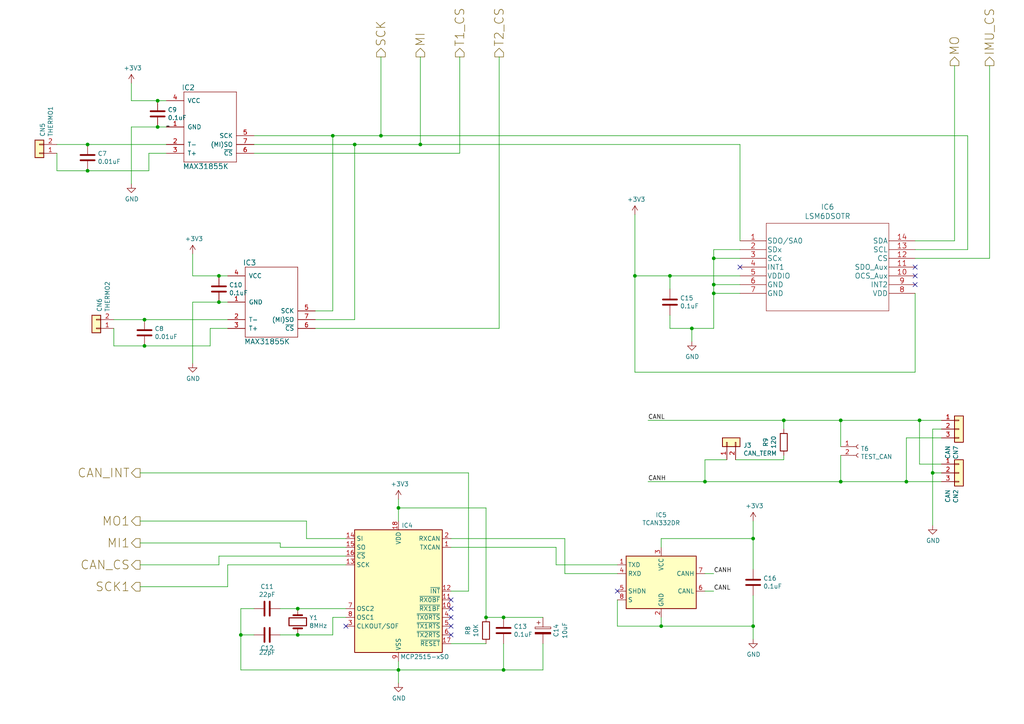
<source format=kicad_sch>
(kicad_sch (version 20211123) (generator eeschema)
  (paper "A4")
  (lib_symbols
    (symbol "Connector:Conn_01x02_Female" (pin_names (offset 1.016) hide)
      (property "Reference" "J" (at 0 2.54 0))
      (property "Value" "Conn_01x02_Female" (at 0 -5.08 0))
      (symbol "Conn_01x02_Female_1_1"
        (arc (start 0 -2.032) (mid -0.508 -2.54) (end 0 -3.048) (stroke (width 0.1524)))
        (polyline (pts (xy -1.27 -2.54) (xy -0.508 -2.54)) (stroke (width 0.1524)))
        (polyline (pts (xy -1.27 0) (xy -0.508 0)) (stroke (width 0.1524)))
        (arc (start 0 0.508) (mid -0.508 0) (end 0 -0.508) (stroke (width 0.1524)))
        (pin passive line (at -5.08 0 0) (length 3.81) (name "Pin_1") (number "1"))
        (pin passive line (at -5.08 -2.54 0) (length 3.81) (name "Pin_2") (number "2"))
      )
    )
    (symbol "Connector_Generic:Conn_01x02" (pin_names (offset 1.016) hide)
      (property "Reference" "J" (at 0 2.54 0))
      (property "Value" "Conn_01x02" (at 0 -5.08 0))
      (symbol "Conn_01x02_1_1"
        (rectangle (start -1.27 -2.413) (end 0 -2.667) (stroke (width 0.1524)))
        (rectangle (start -1.27 0.127) (end 0 -0.127) (stroke (width 0.1524)))
        (rectangle (start -1.27 1.27) (end 1.27 -3.81) (stroke (width 0.254)) (fill (type background)))
        (pin passive line (at -5.08 0 0) (length 3.81) (name "Pin_1") (number "1"))
        (pin passive line (at -5.08 -2.54 0) (length 3.81) (name "Pin_2") (number "2"))
      )
    )
    (symbol "Connector_Generic:Conn_01x03" (pin_names (offset 1.016) hide)
      (property "Reference" "J" (at 0 5.08 0))
      (property "Value" "Conn_01x03" (at 0 -5.08 0))
      (symbol "Conn_01x03_1_1"
        (rectangle (start -1.27 -2.413) (end 0 -2.667) (stroke (width 0.1524)))
        (rectangle (start -1.27 0.127) (end 0 -0.127) (stroke (width 0.1524)))
        (rectangle (start -1.27 2.667) (end 0 2.413) (stroke (width 0.1524)))
        (rectangle (start -1.27 3.81) (end 1.27 -3.81) (stroke (width 0.254)) (fill (type background)))
        (pin passive line (at -5.08 2.54 0) (length 3.81) (name "Pin_1") (number "1"))
        (pin passive line (at -5.08 0 0) (length 3.81) (name "Pin_2") (number "2"))
        (pin passive line (at -5.08 -2.54 0) (length 3.81) (name "Pin_3") (number "3"))
      )
    )
    (symbol "Device:C" (pin_numbers hide) (pin_names (offset 0.254))
      (property "Reference" "C" (at 0.635 2.54 0))
      (property "Value" "C" (at 0.635 -2.54 0))
      (symbol "C_0_1"
        (polyline (pts (xy -2.032 -0.762) (xy 2.032 -0.762)) (stroke (width 0.508)))
        (polyline (pts (xy -2.032 0.762) (xy 2.032 0.762)) (stroke (width 0.508)))
      )
      (symbol "C_1_1"
        (pin passive line (at 0 3.81 270) (length 2.794) (name "~") (number "1"))
        (pin passive line (at 0 -3.81 90) (length 2.794) (name "~") (number "2"))
      )
    )
    (symbol "Device:Crystal" (pin_numbers hide) (pin_names (offset 1.016) hide)
      (property "Reference" "Y" (at 0 3.81 0))
      (property "Value" "Crystal" (at 0 -3.81 0))
      (symbol "Crystal_0_1"
        (rectangle (start -1.143 2.54) (end 1.143 -2.54) (stroke (width 0.3048)))
        (polyline (pts (xy -2.54 0) (xy -1.905 0)))
        (polyline (pts (xy -1.905 -1.27) (xy -1.905 1.27)) (stroke (width 0.508)))
        (polyline (pts (xy 1.905 -1.27) (xy 1.905 1.27)) (stroke (width 0.508)))
        (polyline (pts (xy 2.54 0) (xy 1.905 0)))
      )
      (symbol "Crystal_1_1"
        (pin passive line (at -3.81 0 0) (length 1.27) (name "1") (number "1"))
        (pin passive line (at 3.81 0 180) (length 1.27) (name "2") (number "2"))
      )
    )
    (symbol "Device:R" (pin_numbers hide) (pin_names (offset 0))
      (property "Reference" "R" (at 2.032 0 90))
      (property "Value" "R" (at 0 0 90))
      (symbol "R_0_1"
        (rectangle (start -1.016 -2.54) (end 1.016 2.54) (stroke (width 0.254)))
      )
      (symbol "R_1_1"
        (pin passive line (at 0 3.81 270) (length 1.27) (name "~") (number "1"))
        (pin passive line (at 0 -3.81 90) (length 1.27) (name "~") (number "2"))
      )
    )
    (symbol "Interface_CAN_LIN:MCP2515-xSO"
      (property "Reference" "U" (at -10.16 19.685 0))
      (property "Value" "MCP2515-xSO" (at 19.05 20.32 0))
      (symbol "MCP2515-xSO_0_1"
        (rectangle (start -12.7 17.78) (end 12.7 -17.78) (stroke (width 0.254)) (fill (type background)))
      )
      (symbol "MCP2515-xSO_1_1"
        (pin output line (at 15.24 12.7 180) (length 2.54) (name "TXCAN") (number "1"))
        (pin output line (at 15.24 -5.08 180) (length 2.54) (name "~{RX1BF}") (number "10"))
        (pin output line (at 15.24 -2.54 180) (length 2.54) (name "~{RX0BF}") (number "11"))
        (pin output line (at 15.24 0 180) (length 2.54) (name "~{INT}") (number "12"))
        (pin input line (at -15.24 7.62 0) (length 2.54) (name "SCK") (number "13"))
        (pin input line (at -15.24 15.24 0) (length 2.54) (name "SI") (number "14"))
        (pin output line (at -15.24 12.7 0) (length 2.54) (name "SO") (number "15"))
        (pin input line (at -15.24 10.16 0) (length 2.54) (name "~{CS}") (number "16"))
        (pin input line (at 15.24 -15.24 180) (length 2.54) (name "~{RESET}") (number "17"))
        (pin power_in line (at 0 20.32 270) (length 2.54) (name "VDD") (number "18"))
        (pin input line (at 15.24 15.24 180) (length 2.54) (name "RXCAN") (number "2"))
        (pin output line (at -15.24 -10.16 0) (length 2.54) (name "CLKOUT/SOF") (number "3"))
        (pin input line (at 15.24 -7.62 180) (length 2.54) (name "~{TX0RTS}") (number "4"))
        (pin input line (at 15.24 -10.16 180) (length 2.54) (name "~{TX1RTS}") (number "5"))
        (pin input line (at 15.24 -12.7 180) (length 2.54) (name "~{TX2RTS}") (number "6"))
        (pin output line (at -15.24 -5.08 0) (length 2.54) (name "OSC2") (number "7"))
        (pin input line (at -15.24 -7.62 0) (length 2.54) (name "OSC1") (number "8"))
        (pin power_in line (at 0 -20.32 90) (length 2.54) (name "VSS") (number "9"))
      )
    )
    (symbol "Interface_CAN_LIN:TCAN330"
      (property "Reference" "U" (at -10.16 8.89 0))
      (property "Value" "TCAN330" (at 2.54 8.89 0))
      (symbol "TCAN330_0_1"
        (rectangle (start -10.16 7.62) (end 10.16 -7.62) (stroke (width 0.254)) (fill (type background)))
      )
      (symbol "TCAN330_1_1"
        (pin input line (at -12.7 5.08 0) (length 2.54) (name "TXD") (number "1"))
        (pin power_in line (at 0 -10.16 90) (length 2.54) (name "GND") (number "2"))
        (pin power_in line (at 0 10.16 270) (length 2.54) (name "VCC") (number "3"))
        (pin tri_state line (at -12.7 2.54 0) (length 2.54) (name "RXD") (number "4"))
        (pin input line (at -12.7 -2.54 0) (length 2.54) (name "SHDN") (number "5"))
        (pin bidirectional line (at 12.7 -2.54 180) (length 2.54) (name "CANL") (number "6"))
        (pin bidirectional line (at 12.7 2.54 180) (length 2.54) (name "CANH") (number "7"))
        (pin input line (at -12.7 -5.08 0) (length 2.54) (name "S") (number "8"))
      )
    )
    (symbol "power:+3V3" (power) (pin_names (offset 0))
      (property "Value" "+3V3" (at 0 3.556 0))
      (symbol "+3V3_0_1"
        (polyline (pts (xy -0.762 1.27) (xy 0 2.54)))
        (polyline (pts (xy 0 0) (xy 0 2.54)))
        (polyline (pts (xy 0 2.54) (xy 0.762 1.27)))
      )
      (symbol "+3V3_1_1"
        (pin power_in line (at 0 0 90) (length 0) hide (name "+3V3") (number "1"))
      )
    )
    (symbol "power:GND" (power) (pin_names (offset 0))
      (property "Value" "GND" (at 0 -3.81 0))
      (symbol "GND_0_1"
        (polyline (pts (xy 0 0) (xy 0 -1.27) (xy 1.27 -1.27) (xy 0 -2.54) (xy -1.27 -1.27) (xy 0 -1.27)))
      )
      (symbol "GND_1_1"
        (pin power_in line (at 0 0 270) (length 0) hide (name "GND") (number "1"))
      )
    )
    (symbol "telemetry-pcb-rescue:CP-Device" (pin_numbers hide) (pin_names (offset 0.254))
      (property "Reference" "C" (at 0.635 2.54 0))
      (property "Value" "CP-Device" (at 0.635 -2.54 0))
      (symbol "CP-Device_0_1"
        (rectangle (start -2.286 0.508) (end 2.286 1.016))
        (polyline (pts (xy -1.778 2.286) (xy -0.762 2.286)))
        (polyline (pts (xy -1.27 2.794) (xy -1.27 1.778)))
        (rectangle (start 2.286 -0.508) (end -2.286 -1.016) (fill (type outline)))
      )
      (symbol "CP-Device_1_1"
        (pin passive line (at 0 3.81 270) (length 2.794) (name "~") (number "1"))
        (pin passive line (at 0 -3.81 90) (length 2.794) (name "~") (number "2"))
      )
    )
    (symbol "telemetry-pcb-rescue:LSM6DSOTR-2021-11-02_20-37-28-telemetry-pcb-rescue-telemetry-pcb-rescue-telemetry-pcb-rescue" (pin_names (offset 0.254))
      (property "Reference" "U" (at 25.4 10.16 0))
      (property "Value" "LSM6DSOTR-2021-11-02_20-37-28-telemetry-pcb-rescue-telemetry-pcb-rescue-telemetry-pcb-rescue" (at 25.4 7.62 0))
      (symbol "LSM6DSOTR-2021-11-02_20-37-28-telemetry-pcb-rescue-telemetry-pcb-rescue-telemetry-pcb-rescue_1_1"
        (polyline (pts (xy 7.62 -20.32) (xy 43.18 -20.32)) (stroke (width 0.127)))
        (polyline (pts (xy 7.62 5.08) (xy 7.62 -20.32)) (stroke (width 0.127)))
        (polyline (pts (xy 43.18 -20.32) (xy 43.18 5.08)) (stroke (width 0.127)))
        (polyline (pts (xy 43.18 5.08) (xy 7.62 5.08)) (stroke (width 0.127)))
        (pin bidirectional line (at 0 0 0) (length 7.62) (name "SDO/SA0") (number "1"))
        (pin bidirectional line (at 50.8 -10.16 180) (length 7.62) (name "OCS_Aux") (number "10"))
        (pin bidirectional line (at 50.8 -7.62 180) (length 7.62) (name "SDO_Aux") (number "11"))
        (pin input line (at 50.8 -5.08 180) (length 7.62) (name "CS") (number "12"))
        (pin input line (at 50.8 -2.54 180) (length 7.62) (name "SCL") (number "13"))
        (pin bidirectional line (at 50.8 0 180) (length 7.62) (name "SDA") (number "14"))
        (pin passive line (at 0 -2.54 0) (length 7.62) (name "SDx") (number "2"))
        (pin passive line (at 0 -5.08 0) (length 7.62) (name "SCx") (number "3"))
        (pin output line (at 0 -7.62 0) (length 7.62) (name "INT1") (number "4"))
        (pin power_in line (at 0 -10.16 0) (length 7.62) (name "VDDIO") (number "5"))
        (pin power_in line (at 0 -12.7 0) (length 7.62) (name "GND") (number "6"))
        (pin power_in line (at 0 -15.24 0) (length 7.62) (name "GND") (number "7"))
        (pin power_in line (at 50.8 -15.24 180) (length 7.62) (name "VDD") (number "8"))
        (pin output line (at 50.8 -12.7 180) (length 7.62) (name "INT2") (number "9"))
      )
    )
    (symbol "telemetry-pcb-rescue:MAX31855K-telemetry-pcb-eagle-import-telemetry-pcb-rescue-telemetry-pcb-rescue" (pin_names (offset 1.016))
      (property "Reference" "U" (at -7.62 10.16 0))
      (property "Value" "MAX31855K-telemetry-pcb-eagle-import-telemetry-pcb-rescue-telemetry-pcb-rescue" (at -7.62 -12.7 0))
      (symbol "MAX31855K-telemetry-pcb-eagle-import-telemetry-pcb-rescue-telemetry-pcb-rescue_1_0"
        (polyline (pts (xy -7.62 -10.16) (xy 7.62 -10.16)))
        (polyline (pts (xy -7.62 10.16) (xy -7.62 -10.16)))
        (polyline (pts (xy 7.62 -10.16) (xy 7.62 10.16)))
        (polyline (pts (xy 7.62 10.16) (xy -7.62 10.16)))
        (pin power_in line (at -12.7 0 0) (length 5.08) (name "GND") (number "1"))
        (pin bidirectional line (at -12.7 -5.08 0) (length 5.08) (name "T-") (number "2"))
        (pin bidirectional line (at -12.7 -7.62 0) (length 5.08) (name "T+") (number "3"))
        (pin power_in line (at -12.7 7.62 0) (length 5.08) (name "VCC") (number "4"))
        (pin bidirectional line (at 12.7 -2.54 180) (length 5.08) (name "SCK") (number "5"))
        (pin bidirectional line (at 12.7 -7.62 180) (length 5.08) (name "~{CS}") (number "6"))
        (pin bidirectional line (at 12.7 -5.08 180) (length 5.08) (name "(MI)SO") (number "7"))
      )
    )
  )
  (junction (at 63.5 87.63))
  (junction (at 218.44 156.21))
  (junction (at 262.89 139.7))
  (junction (at 194.31 80.01))
  (junction (at 243.84 139.7))
  (junction (at 207.01 82.55))
  (junction (at 25.4 49.53))
  (junction (at 69.85 184.15))
  (junction (at 146.05 179.07))
  (junction (at 86.36 176.53))
  (junction (at 266.7 121.92))
  (junction (at 63.5 80.01))
  (junction (at 204.47 139.7))
  (junction (at 218.44 181.61))
  (junction (at 227.33 121.92))
  (junction (at 121.92 41.91))
  (junction (at 191.77 181.61))
  (junction (at 243.84 121.92))
  (junction (at 41.91 100.33))
  (junction (at 200.66 95.25))
  (junction (at 45.72 29.21))
  (junction (at 207.01 74.93))
  (junction (at 140.97 179.07))
  (junction (at 146.05 194.31))
  (junction (at 102.87 41.91))
  (junction (at 25.4 41.91))
  (junction (at 96.52 39.37))
  (junction (at 184.15 80.01))
  (junction (at 115.57 194.31))
  (junction (at 45.72 36.83))
  (junction (at 207.01 85.09))
  (junction (at 41.91 92.71))
  (junction (at 86.36 184.15))
  (junction (at 270.51 137.16))
  (junction (at 115.57 147.32))
  (junction (at 110.49 39.37))
  (no_connect (at 130.81 176.53))
  (no_connect (at 265.43 80.01))
  (no_connect (at 130.81 173.99))
  (no_connect (at 265.43 77.47))
  (no_connect (at 130.81 184.15))
  (no_connect (at 130.81 179.07))
  (no_connect (at 100.33 181.61))
  (no_connect (at 265.43 82.55))
  (no_connect (at 179.07 171.45))
  (no_connect (at 214.63 77.47))
  (no_connect (at 130.81 181.61))
  (wire (pts (xy 41.91 100.33) (xy 60.96 100.33)))
  (wire (pts (xy 140.97 147.32) (xy 140.97 179.07)))
  (wire (pts (xy 187.96 121.92) (xy 227.33 121.92)))
  (wire (pts (xy 146.05 194.31) (xy 157.48 194.31)))
  (wire (pts (xy 207.01 74.93) (xy 207.01 82.55)))
  (wire (pts (xy 227.33 124.46) (xy 227.33 121.92)))
  (wire (pts (xy 115.57 194.31) (xy 115.57 198.12)))
  (wire (pts (xy 115.57 144.78) (xy 115.57 147.32)))
  (wire (pts (xy 140.97 147.32) (xy 115.57 147.32)))
  (wire (pts (xy 135.89 137.16) (xy 135.89 171.45)))
  (wire (pts (xy 200.66 95.25) (xy 200.66 99.06)))
  (wire (pts (xy 81.28 157.48) (xy 81.28 158.75)))
  (wire (pts (xy 200.66 95.25) (xy 207.01 95.25)))
  (wire (pts (xy 204.47 139.7) (xy 243.84 139.7)))
  (wire (pts (xy 214.63 72.39) (xy 207.01 72.39)))
  (wire (pts (xy 110.49 39.37) (xy 280.67 39.37)))
  (wire (pts (xy 133.35 16.51) (xy 133.35 44.45)))
  (wire (pts (xy 45.72 36.83) (xy 48.26 36.83)))
  (wire (pts (xy 191.77 181.61) (xy 218.44 181.61)))
  (wire (pts (xy 40.64 163.83) (xy 63.5 163.83)))
  (wire (pts (xy 191.77 179.07) (xy 191.77 181.61)))
  (wire (pts (xy 218.44 156.21) (xy 218.44 165.1)))
  (wire (pts (xy 207.01 85.09) (xy 207.01 95.25)))
  (wire (pts (xy 163.83 166.37) (xy 179.07 166.37)))
  (wire (pts (xy 38.1 36.83) (xy 38.1 53.34)))
  (wire (pts (xy 55.88 80.01) (xy 55.88 73.66)))
  (wire (pts (xy 91.44 92.71) (xy 102.87 92.71)))
  (wire (pts (xy 191.77 156.21) (xy 191.77 158.75)))
  (wire (pts (xy 184.15 80.01) (xy 184.15 62.23)))
  (wire (pts (xy 69.85 184.15) (xy 73.66 184.15)))
  (wire (pts (xy 214.63 74.93) (xy 207.01 74.93)))
  (wire (pts (xy 262.89 139.7) (xy 273.05 139.7)))
  (wire (pts (xy 41.91 92.71) (xy 66.04 92.71)))
  (wire (pts (xy 157.48 194.31) (xy 157.48 186.69)))
  (wire (pts (xy 130.81 156.21) (xy 163.83 156.21)))
  (wire (pts (xy 243.84 121.92) (xy 266.7 121.92)))
  (wire (pts (xy 262.89 127) (xy 273.05 127)))
  (wire (pts (xy 63.5 87.63) (xy 66.04 87.63)))
  (wire (pts (xy 184.15 80.01) (xy 194.31 80.01)))
  (wire (pts (xy 40.64 137.16) (xy 135.89 137.16)))
  (wire (pts (xy 60.96 100.33) (xy 60.96 95.25)))
  (wire (pts (xy 214.63 41.91) (xy 121.92 41.91)))
  (wire (pts (xy 121.92 41.91) (xy 102.87 41.91)))
  (wire (pts (xy 243.84 139.7) (xy 262.89 139.7)))
  (wire (pts (xy 191.77 156.21) (xy 218.44 156.21)))
  (wire (pts (xy 38.1 29.21) (xy 45.72 29.21)))
  (wire (pts (xy 110.49 16.51) (xy 110.49 39.37)))
  (wire (pts (xy 115.57 147.32) (xy 115.57 151.13)))
  (wire (pts (xy 41.91 92.71) (xy 33.02 92.71)))
  (wire (pts (xy 25.4 41.91) (xy 48.26 41.91)))
  (wire (pts (xy 280.67 72.39) (xy 265.43 72.39)))
  (wire (pts (xy 91.44 90.17) (xy 96.52 90.17)))
  (wire (pts (xy 184.15 80.01) (xy 184.15 107.95)))
  (wire (pts (xy 270.51 137.16) (xy 273.05 137.16)))
  (wire (pts (xy 287.02 74.93) (xy 265.43 74.93)))
  (wire (pts (xy 146.05 194.31) (xy 146.05 186.69)))
  (wire (pts (xy 86.36 176.53) (xy 100.33 176.53)))
  (wire (pts (xy 130.81 171.45) (xy 135.89 171.45)))
  (wire (pts (xy 69.85 184.15) (xy 69.85 194.31)))
  (wire (pts (xy 133.35 44.45) (xy 73.66 44.45)))
  (wire (pts (xy 88.9 151.13) (xy 88.9 156.21)))
  (wire (pts (xy 161.29 163.83) (xy 179.07 163.83)))
  (wire (pts (xy 270.51 137.16) (xy 270.51 152.4)))
  (wire (pts (xy 194.31 80.01) (xy 194.31 83.82)))
  (wire (pts (xy 96.52 39.37) (xy 73.66 39.37)))
  (wire (pts (xy 96.52 179.07) (xy 96.52 184.15)))
  (wire (pts (xy 96.52 90.17) (xy 96.52 39.37)))
  (wire (pts (xy 270.51 124.46) (xy 273.05 124.46)))
  (wire (pts (xy 69.85 194.31) (xy 115.57 194.31)))
  (wire (pts (xy 60.96 95.25) (xy 66.04 95.25)))
  (wire (pts (xy 276.86 69.85) (xy 276.86 19.05)))
  (wire (pts (xy 204.47 133.35) (xy 210.82 133.35)))
  (wire (pts (xy 38.1 36.83) (xy 45.72 36.83)))
  (wire (pts (xy 140.97 179.07) (xy 146.05 179.07)))
  (wire (pts (xy 266.7 121.92) (xy 266.7 134.62)))
  (wire (pts (xy 40.64 170.18) (xy 66.04 170.18)))
  (wire (pts (xy 262.89 127) (xy 262.89 139.7)))
  (wire (pts (xy 214.63 85.09) (xy 207.01 85.09)))
  (wire (pts (xy 63.5 80.01) (xy 66.04 80.01)))
  (wire (pts (xy 161.29 158.75) (xy 161.29 163.83)))
  (wire (pts (xy 207.01 82.55) (xy 207.01 85.09)))
  (wire (pts (xy 55.88 87.63) (xy 55.88 105.41)))
  (wire (pts (xy 218.44 172.72) (xy 218.44 181.61)))
  (wire (pts (xy 243.84 129.54) (xy 243.84 121.92)))
  (wire (pts (xy 16.51 41.91) (xy 25.4 41.91)))
  (wire (pts (xy 287.02 19.05) (xy 287.02 74.93)))
  (wire (pts (xy 130.81 186.69) (xy 140.97 186.69)))
  (wire (pts (xy 218.44 156.21) (xy 218.44 151.13)))
  (wire (pts (xy 43.18 49.53) (xy 43.18 44.45)))
  (wire (pts (xy 144.78 95.25) (xy 91.44 95.25)))
  (wire (pts (xy 73.66 176.53) (xy 69.85 176.53)))
  (wire (pts (xy 33.02 95.25) (xy 33.02 100.33)))
  (wire (pts (xy 66.04 163.83) (xy 100.33 163.83)))
  (wire (pts (xy 102.87 41.91) (xy 73.66 41.91)))
  (wire (pts (xy 214.63 82.55) (xy 207.01 82.55)))
  (wire (pts (xy 81.28 176.53) (xy 86.36 176.53)))
  (wire (pts (xy 265.43 85.09) (xy 265.43 107.95)))
  (wire (pts (xy 115.57 194.31) (xy 146.05 194.31)))
  (wire (pts (xy 55.88 80.01) (xy 63.5 80.01)))
  (wire (pts (xy 270.51 124.46) (xy 270.51 137.16)))
  (wire (pts (xy 55.88 87.63) (xy 63.5 87.63)))
  (wire (pts (xy 214.63 41.91) (xy 214.63 69.85)))
  (wire (pts (xy 16.51 44.45) (xy 16.51 49.53)))
  (wire (pts (xy 207.01 72.39) (xy 207.01 74.93)))
  (wire (pts (xy 204.47 133.35) (xy 204.47 139.7)))
  (wire (pts (xy 213.36 133.35) (xy 227.33 133.35)))
  (wire (pts (xy 43.18 44.45) (xy 48.26 44.45)))
  (wire (pts (xy 218.44 181.61) (xy 218.44 185.42)))
  (wire (pts (xy 81.28 184.15) (xy 86.36 184.15)))
  (wire (pts (xy 243.84 132.08) (xy 243.84 139.7)))
  (wire (pts (xy 130.81 158.75) (xy 161.29 158.75)))
  (wire (pts (xy 63.5 161.29) (xy 100.33 161.29)))
  (wire (pts (xy 179.07 181.61) (xy 191.77 181.61)))
  (wire (pts (xy 144.78 16.51) (xy 144.78 95.25)))
  (wire (pts (xy 115.57 194.31) (xy 115.57 191.77)))
  (wire (pts (xy 121.92 16.51) (xy 121.92 41.91)))
  (wire (pts (xy 63.5 163.83) (xy 63.5 161.29)))
  (wire (pts (xy 41.91 100.33) (xy 33.02 100.33)))
  (wire (pts (xy 88.9 156.21) (xy 100.33 156.21)))
  (wire (pts (xy 40.64 157.48) (xy 81.28 157.48)))
  (wire (pts (xy 184.15 107.95) (xy 265.43 107.95)))
  (wire (pts (xy 102.87 92.71) (xy 102.87 41.91)))
  (wire (pts (xy 81.28 158.75) (xy 100.33 158.75)))
  (wire (pts (xy 265.43 69.85) (xy 276.86 69.85)))
  (wire (pts (xy 86.36 184.15) (xy 96.52 184.15)))
  (wire (pts (xy 187.96 139.7) (xy 204.47 139.7)))
  (wire (pts (xy 204.47 171.45) (xy 207.01 171.45)))
  (wire (pts (xy 69.85 176.53) (xy 69.85 184.15)))
  (wire (pts (xy 280.67 39.37) (xy 280.67 72.39)))
  (wire (pts (xy 45.72 29.21) (xy 48.26 29.21)))
  (wire (pts (xy 110.49 39.37) (xy 96.52 39.37)))
  (wire (pts (xy 227.33 121.92) (xy 243.84 121.92)))
  (wire (pts (xy 204.47 166.37) (xy 207.01 166.37)))
  (wire (pts (xy 179.07 173.99) (xy 179.07 181.61)))
  (wire (pts (xy 194.31 95.25) (xy 200.66 95.25)))
  (wire (pts (xy 66.04 170.18) (xy 66.04 163.83)))
  (wire (pts (xy 266.7 134.62) (xy 273.05 134.62)))
  (wire (pts (xy 163.83 156.21) (xy 163.83 166.37)))
  (wire (pts (xy 146.05 179.07) (xy 157.48 179.07)))
  (wire (pts (xy 194.31 80.01) (xy 214.63 80.01)))
  (wire (pts (xy 96.52 179.07) (xy 100.33 179.07)))
  (wire (pts (xy 25.4 49.53) (xy 43.18 49.53)))
  (wire (pts (xy 227.33 133.35) (xy 227.33 132.08)))
  (wire (pts (xy 40.64 151.13) (xy 88.9 151.13)))
  (wire (pts (xy 25.4 49.53) (xy 16.51 49.53)))
  (wire (pts (xy 194.31 91.44) (xy 194.31 95.25)))
  (wire (pts (xy 38.1 24.13) (xy 38.1 29.21)))
  (wire (pts (xy 266.7 121.92) (xy 273.05 121.92)))
  (label "CANH" (at 207.01 166.37 0))
  (label "CANL" (at 187.96 121.92 0))
  (label "GND" (at 48.26 36.83 0) (effects (font (size 0.254 0.254))))
  (label "CANH" (at 187.96 139.7 0))
  (label "CANL" (at 207.01 171.45 0))
  (hierarchical_label "T2_CS" (shape output) (at 144.78 16.51 90) (effects (font (size 2.54 2.54))))
  (hierarchical_label "CAN_CS" (shape output) (at 40.64 163.83 180) (effects (font (size 2.54 2.54))))
  (hierarchical_label "SCK" (shape output) (at 110.49 16.51 90) (effects (font (size 2.54 2.54))))
  (hierarchical_label "MO" (shape output) (at 276.86 19.05 90) (effects (font (size 2.54 2.54))))
  (hierarchical_label "T1_CS" (shape output) (at 133.35 16.51 90) (effects (font (size 2.54 2.54))))
  (hierarchical_label "MI1" (shape output) (at 40.64 157.48 180) (effects (font (size 2.54 2.54))))
  (hierarchical_label "CAN_INT" (shape output) (at 40.64 137.16 180) (effects (font (size 2.54 2.54))))
  (hierarchical_label "MI" (shape output) (at 121.92 16.51 90) (effects (font (size 2.54 2.54))))
  (hierarchical_label "MO1" (shape output) (at 40.64 151.13 180) (effects (font (size 2.54 2.54))))
  (hierarchical_label "SCK1" (shape output) (at 40.64 170.18 180) (effects (font (size 2.54 2.54))))
  (hierarchical_label "IMU_CS" (shape output) (at 287.02 19.05 90) (effects (font (size 2.54 2.54))))
  (symbol (lib_id "Interface_CAN_LIN:MCP2515-xSO") (at 115.57 171.45 0) (unit 1)
    (property "Reference" "IC4" (at 118.11 152.4 0))
    (property "Value" "MCP2515-xSO" (at 123.19 190.5 0))
    (property "Footprint" "Package_SO:SOIC-18W_7.5x11.6mm_P1.27mm" (effects hide))
    (property "Datasheet" "http://ww1.microchip.com/downloads/en/DeviceDoc/21801e.pdf" (effects hide))
  )
  (symbol (lib_id "Device:Crystal") (at 86.36 180.34 270) (unit 1)
    (property "Reference" "Y1" (at 89.6874 179.1716 90) (effects (justify left)))
    (property "Value" "8MHz" (at 89.6874 181.483 90) (effects (justify left)))
    (property "Footprint" "Crystal:Crystal_SMD_HC49-SD" (effects hide))
  )
  (symbol (lib_id "Device:C") (at 77.47 176.53 270) (unit 1)
    (property "Reference" "C11" (at 77.47 170.1292 90))
    (property "Value" "22pF" (at 77.47 172.4406 90))
    (property "Footprint" "Capacitor_SMD:C_0805_2012Metric" (effects hide))
  )
  (symbol (lib_id "Device:C") (at 77.47 184.15 270) (unit 1)
    (property "Reference" "C12" (at 77.47 187.96 90))
    (property "Value" "22pF" (at 77.47 189.23 90))
    (property "Footprint" "Capacitor_SMD:C_0805_2012Metric" (effects hide))
  )
  (symbol (lib_id "power:GND") (at 115.57 198.12 0) (unit 1)
    (property "Reference" "#PWR021" (effects hide))
    (property "Value" "GND" (at 115.697 202.5142 0))
  )
  (symbol (lib_id "Device:R") (at 140.97 182.88 180) (unit 1)
    (property "Reference" "R8" (at 135.7122 182.88 90))
    (property "Value" "10K" (at 138.0236 182.88 90))
    (property "Footprint" "Resistor_SMD:R_0805_2012Metric" (effects hide))
  )
  (symbol (lib_id "Device:C") (at 146.05 182.88 180) (unit 1)
    (property "Reference" "C13" (at 148.971 181.7116 0) (effects (justify right)))
    (property "Value" "0.1uF" (at 148.971 184.023 0) (effects (justify right)))
    (property "Footprint" "Capacitor_SMD:C_0805_2012Metric" (effects hide))
  )
  (symbol (lib_id "telemetry-pcb-rescue:CP-Device") (at 157.48 182.88 0) (unit 1)
    (property "Reference" "C14" (at 161.29 182.88 90))
    (property "Value" "10uF" (at 163.83 182.88 90))
    (property "Footprint" "Capacitor_SMD:C_1206_3216Metric" (effects hide))
  )
  (symbol (lib_id "Interface_CAN_LIN:TCAN330") (at 191.77 168.91 0) (unit 1)
    (property "Reference" "IC5" (at 191.77 149.352 0))
    (property "Value" "TCAN332DR" (at 191.77 151.6634 0))
    (property "Footprint" "Package_SO:SOIC-8-1EP_3.9x4.9mm_P1.27mm_EP2.29x3mm" (effects hide))
    (property "Datasheet" "http://www.ti.com/lit/ds/symlink/tcan337.pdf" (effects hide))
  )
  (symbol (lib_id "power:GND") (at 218.44 185.42 0) (unit 1)
    (property "Reference" "#PWR025" (effects hide))
    (property "Value" "GND" (at 218.567 189.8142 0))
  )
  (symbol (lib_id "Device:C") (at 218.44 168.91 180) (unit 1)
    (property "Reference" "C16" (at 221.361 167.7416 0) (effects (justify right)))
    (property "Value" "0.1uF" (at 221.361 170.053 0) (effects (justify right)))
    (property "Footprint" "Capacitor_SMD:C_0805_2012Metric" (effects hide))
  )
  (symbol (lib_id "power:+3V3") (at 218.44 151.13 0) (unit 1)
    (property "Reference" "#PWR024" (effects hide))
    (property "Value" "+3V3" (at 218.821 146.7358 0))
  )
  (symbol (lib_id "power:+3V3") (at 115.57 144.78 0) (unit 1)
    (property "Reference" "#PWR020" (effects hide))
    (property "Value" "+3V3" (at 115.951 140.3858 0))
  )
  (symbol (lib_id "Device:C") (at 45.72 33.02 0) (unit 1)
    (property "Reference" "C9" (at 48.641 31.8516 0) (effects (justify left)))
    (property "Value" "0.1uF" (at 48.641 34.163 0) (effects (justify left)))
    (property "Footprint" "Capacitor_SMD:C_0805_2012Metric" (effects hide))
  )
  (symbol (lib_id "Device:C") (at 63.5 83.82 0) (unit 1)
    (property "Reference" "C10" (at 66.421 82.6516 0) (effects (justify left)))
    (property "Value" "0.1uF" (at 66.421 84.963 0) (effects (justify left)))
    (property "Footprint" "Capacitor_SMD:C_0805_2012Metric" (effects hide))
  )
  (symbol (lib_id "power:GND") (at 55.88 105.41 0) (unit 1)
    (property "Reference" "#PWR019" (effects hide))
    (property "Value" "GND" (at 56.007 109.8042 0))
  )
  (symbol (lib_id "power:+3V3") (at 38.1 24.13 0) (unit 1)
    (property "Reference" "#PWR016" (effects hide))
    (property "Value" "+3V3" (at 38.481 19.7358 0))
  )
  (symbol (lib_id "telemetry-pcb-rescue:MAX31855K-telemetry-pcb-eagle-import-telemetry-pcb-rescue-telemetry-pcb-rescue") (at 78.74 87.63 0) (unit 1)
    (property "Reference" "IC3" (at 72.39 76.2 0) (effects (font (size 1.4986 1.4986))))
    (property "Value" "MAX31855K" (at 77.47 99.06 0) (effects (font (size 1.4986 1.4986))))
    (property "Footprint" "Package_SO:SOIC-8-1EP_3.9x4.9mm_P1.27mm_EP2.29x3mm" (effects hide))
  )
  (symbol (lib_id "telemetry-pcb-rescue:MAX31855K-telemetry-pcb-eagle-import-telemetry-pcb-rescue-telemetry-pcb-rescue") (at 60.96 36.83 0) (unit 1)
    (property "Reference" "IC2" (at 54.61 25.4 0) (effects (font (size 1.4986 1.4986))))
    (property "Value" "MAX31855K" (at 59.69 48.26 0) (effects (font (size 1.4986 1.4986))))
    (property "Footprint" "Package_SO:SOIC-8-1EP_3.9x4.9mm_P1.27mm_EP2.29x3mm" (effects hide))
  )
  (symbol (lib_id "Device:C") (at 41.91 96.52 0) (unit 1)
    (property "Reference" "C8" (at 44.831 95.3516 0) (effects (justify left)))
    (property "Value" "0.01uF" (at 44.831 97.663 0) (effects (justify left)))
    (property "Footprint" "Capacitor_SMD:C_0805_2012Metric" (effects hide))
  )
  (symbol (lib_id "Device:C") (at 25.4 45.72 0) (unit 1)
    (property "Reference" "C7" (at 28.321 44.5516 0) (effects (justify left)))
    (property "Value" "0.01uF" (at 28.321 46.863 0) (effects (justify left)))
    (property "Footprint" "Capacitor_SMD:C_0805_2012Metric" (effects hide))
  )
  (symbol (lib_id "Connector_Generic:Conn_01x02") (at 27.94 95.25 180) (unit 1)
    (property "Reference" "CN6" (at 28.8544 90.4748 90) (effects (justify right)))
    (property "Value" "THERMO2" (at 31.1658 90.4748 90) (effects (justify right)))
    (property "Footprint" "telemetry-pcb:ScrewTermPlug1x02" (effects hide))
  )
  (symbol (lib_id "Connector_Generic:Conn_01x02") (at 11.43 44.45 180) (unit 1)
    (property "Reference" "CN5" (at 12.3444 39.6748 90) (effects (justify right)))
    (property "Value" "THERMO1" (at 14.6558 39.6748 90) (effects (justify right)))
    (property "Footprint" "telemetry-pcb:ScrewTermPlug1x02" (effects hide))
  )
  (symbol (lib_id "power:+3V3") (at 55.88 73.66 0) (unit 1)
    (property "Reference" "#PWR018" (effects hide))
    (property "Value" "+3V3" (at 56.261 69.2658 0))
  )
  (symbol (lib_id "power:GND") (at 38.1 53.34 0) (unit 1)
    (property "Reference" "#PWR017" (effects hide))
    (property "Value" "GND" (at 38.227 57.7342 0))
  )
  (symbol (lib_id "telemetry-pcb-rescue:LSM6DSOTR-2021-11-02_20-37-28-telemetry-pcb-rescue-telemetry-pcb-rescue-telemetry-pcb-rescue") (at 214.63 69.85 0) (unit 1)
    (property "Reference" "IC6" (at 240.03 60.0202 0) (effects (font (size 1.524 1.524))))
    (property "Value" "LSM6DSOTR" (at 240.03 62.7126 0) (effects (font (size 1.524 1.524))))
    (property "Footprint" "telemetry-pcb:LSM6DSOTR" (effects hide))
  )
  (symbol (lib_id "power:+3V3") (at 184.15 62.23 0) (unit 1)
    (property "Reference" "#PWR022" (effects hide))
    (property "Value" "+3V3" (at 184.531 57.8358 0))
  )
  (symbol (lib_id "power:GND") (at 200.66 99.06 0) (unit 1)
    (property "Reference" "#PWR023" (effects hide))
    (property "Value" "GND" (at 200.787 103.4542 0))
  )
  (symbol (lib_id "Device:C") (at 194.31 87.63 0) (unit 1)
    (property "Reference" "C15" (at 197.231 86.4616 0) (effects (justify left)))
    (property "Value" "0.1uF" (at 197.231 88.773 0) (effects (justify left)))
    (property "Footprint" "Capacitor_SMD:C_0805_2012Metric" (effects hide))
  )
  (symbol (lib_id "Connector_Generic:Conn_01x02") (at 210.82 128.27 90) (unit 1)
    (property "Reference" "J3" (at 215.5952 129.1844 90) (effects (justify right)))
    (property "Value" "CAN_TERM" (at 215.5952 131.4958 90) (effects (justify right)))
    (property "Footprint" "Connector_PinHeader_2.54mm:PinHeader_1x02_P2.54mm_Horizontal" (effects hide))
  )
  (symbol (lib_id "power:GND") (at 270.51 152.4 0) (unit 1)
    (property "Reference" "#PWR0101" (effects hide))
    (property "Value" "GND" (at 270.637 156.7942 0))
  )
  (symbol (lib_id "Connector:Conn_01x02_Female") (at 248.92 129.54 0) (unit 1)
    (property "Reference" "T6" (at 249.6312 130.1496 0) (effects (justify left)))
    (property "Value" "TEST_CAN" (at 249.6312 132.461 0) (effects (justify left)))
    (property "Footprint" "TestPoint:TestPoint_2Pads_Pitch2.54mm_Drill0.8mm" (effects hide))
  )
  (symbol (lib_id "Connector_Generic:Conn_01x03") (at 278.13 124.46 0) (unit 1)
    (property "Reference" "CN7" (at 277.2156 129.2352 90) (effects (justify right)))
    (property "Value" "CAN" (at 274.9042 129.2352 90) (effects (justify right)))
    (property "Footprint" "telemetry-pcb:molex-sl-1x03-horizontal" (effects hide))
  )
  (symbol (lib_id "Device:R") (at 227.33 128.27 180) (unit 1)
    (property "Reference" "R9" (at 222.0722 128.27 90))
    (property "Value" "120" (at 224.3836 128.27 90))
    (property "Footprint" "Resistor_SMD:R_0805_2012Metric" (effects hide))
  )
  (symbol (lib_id "Connector_Generic:Conn_01x03") (at 278.13 137.16 0) (unit 1)
    (property "Reference" "CN2" (at 277.2156 141.9352 90) (effects (justify right)))
    (property "Value" "CAN" (at 274.9042 141.9352 90) (effects (justify right)))
    (property "Footprint" "telemetry-pcb:molex-sl-1x03-horizontal" (effects hide))
  )
)
</source>
